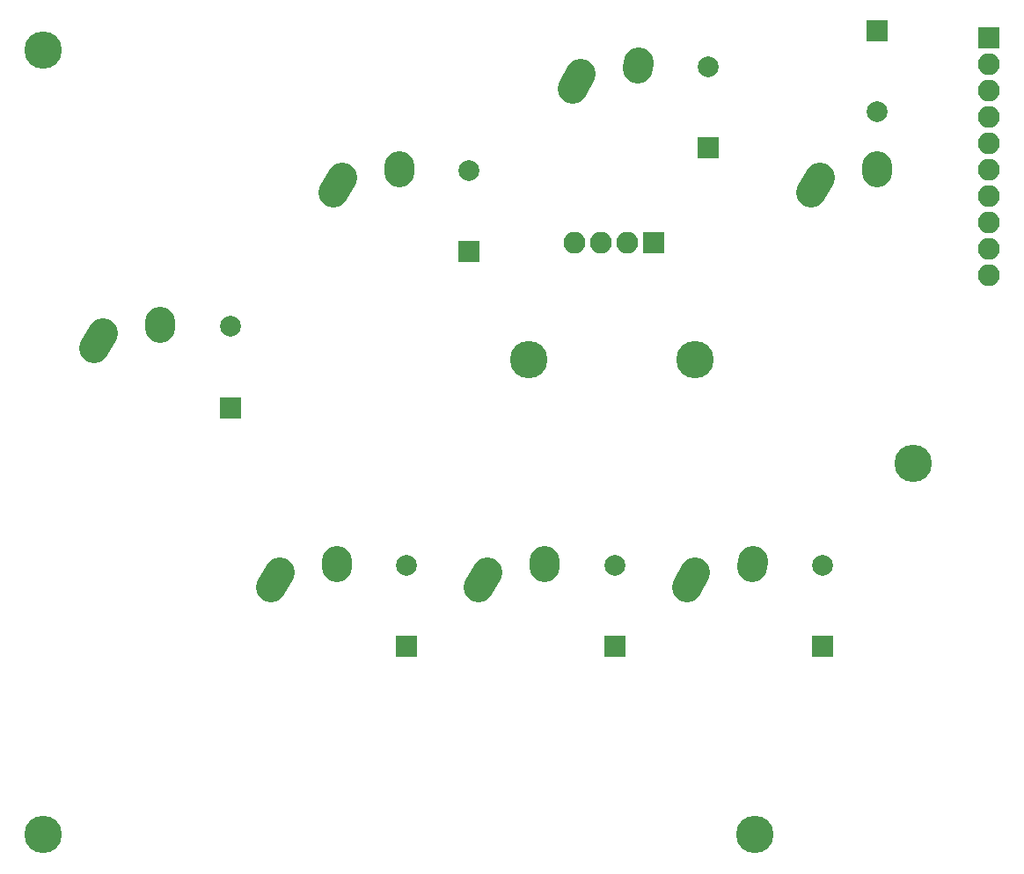
<source format=gbr>
G04 #@! TF.FileFunction,Soldermask,Bot*
%FSLAX46Y46*%
G04 Gerber Fmt 4.6, Leading zero omitted, Abs format (unit mm)*
G04 Created by KiCad (PCBNEW 4.0.7) date 12/09/17 16:12:22*
%MOMM*%
%LPD*%
G01*
G04 APERTURE LIST*
%ADD10C,0.100000*%
%ADD11C,3.600000*%
%ADD12R,2.000000X2.000000*%
%ADD13C,2.000000*%
%ADD14R,2.100000X2.100000*%
%ADD15O,2.100000X2.100000*%
%ADD16C,2.900000*%
G04 APERTURE END LIST*
D10*
D11*
X187500000Y-73500000D03*
X172250000Y-109250000D03*
X103750000Y-109250000D03*
D12*
X184000000Y-31850000D03*
D13*
X184000000Y-39650000D03*
D12*
X167750000Y-43150000D03*
D13*
X167750000Y-35350000D03*
D12*
X144750000Y-53150000D03*
D13*
X144750000Y-45350000D03*
D12*
X121750000Y-68150000D03*
D13*
X121750000Y-60350000D03*
D12*
X178750000Y-91150000D03*
D13*
X178750000Y-83350000D03*
D12*
X158750000Y-91150000D03*
D13*
X158750000Y-83350000D03*
D12*
X138750000Y-91150000D03*
D13*
X138750000Y-83350000D03*
D14*
X194750000Y-32500000D03*
D15*
X194750000Y-35040000D03*
X194750000Y-37580000D03*
X194750000Y-40120000D03*
X194750000Y-42660000D03*
X194750000Y-45200000D03*
X194750000Y-47740000D03*
X194750000Y-50280000D03*
X194750000Y-52820000D03*
X194750000Y-55360000D03*
D14*
X162500000Y-52250000D03*
D15*
X159960000Y-52250000D03*
X157420000Y-52250000D03*
X154880000Y-52250000D03*
D16*
X178500453Y-46000046D02*
X177689547Y-47459954D01*
X184039724Y-44920672D02*
X184000276Y-45499328D01*
X155500453Y-36000046D02*
X154689547Y-37459954D01*
X161039724Y-34920672D02*
X161000276Y-35499328D01*
X132500453Y-46000046D02*
X131689547Y-47459954D01*
X138039724Y-44920672D02*
X138000276Y-45499328D01*
X109500453Y-61000046D02*
X108689547Y-62459954D01*
X115039724Y-59920672D02*
X115000276Y-60499328D01*
X166500453Y-84000046D02*
X165689547Y-85459954D01*
X172039724Y-82920672D02*
X172000276Y-83499328D01*
X146500453Y-84000046D02*
X145689547Y-85459954D01*
X152039724Y-82920672D02*
X152000276Y-83499328D01*
X126500453Y-84000046D02*
X125689547Y-85459954D01*
X132039724Y-82920672D02*
X132000276Y-83499328D01*
D11*
X166500000Y-63500000D03*
X150500000Y-63500000D03*
X103750000Y-33750000D03*
M02*

</source>
